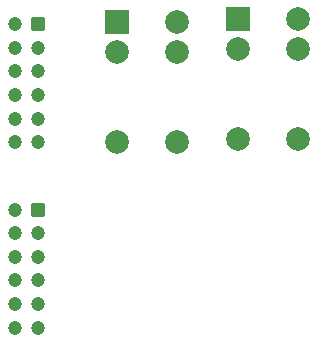
<source format=gbr>
%TF.GenerationSoftware,KiCad,Pcbnew,8.0.5*%
%TF.CreationDate,2025-02-22T06:14:54-05:00*%
%TF.ProjectId,IR Junction,4952204a-756e-4637-9469-6f6e2e6b6963,rev?*%
%TF.SameCoordinates,Original*%
%TF.FileFunction,Soldermask,Bot*%
%TF.FilePolarity,Negative*%
%FSLAX46Y46*%
G04 Gerber Fmt 4.6, Leading zero omitted, Abs format (unit mm)*
G04 Created by KiCad (PCBNEW 8.0.5) date 2025-02-22 06:14:54*
%MOMM*%
%LPD*%
G01*
G04 APERTURE LIST*
G04 Aperture macros list*
%AMRoundRect*
0 Rectangle with rounded corners*
0 $1 Rounding radius*
0 $2 $3 $4 $5 $6 $7 $8 $9 X,Y pos of 4 corners*
0 Add a 4 corners polygon primitive as box body*
4,1,4,$2,$3,$4,$5,$6,$7,$8,$9,$2,$3,0*
0 Add four circle primitives for the rounded corners*
1,1,$1+$1,$2,$3*
1,1,$1+$1,$4,$5*
1,1,$1+$1,$6,$7*
1,1,$1+$1,$8,$9*
0 Add four rect primitives between the rounded corners*
20,1,$1+$1,$2,$3,$4,$5,0*
20,1,$1+$1,$4,$5,$6,$7,0*
20,1,$1+$1,$6,$7,$8,$9,0*
20,1,$1+$1,$8,$9,$2,$3,0*%
G04 Aperture macros list end*
%ADD10R,2.000000X2.000000*%
%ADD11C,2.000000*%
%ADD12C,1.200000*%
%ADD13RoundRect,0.250000X-0.350000X0.350000X-0.350000X-0.350000X0.350000X-0.350000X0.350000X0.350000X0*%
G04 APERTURE END LIST*
D10*
%TO.C,K3*%
X152570000Y-83940000D03*
D11*
X152570000Y-86480000D03*
X152570000Y-94100000D03*
X157650000Y-94100000D03*
X157650000Y-86480000D03*
X157650000Y-83940000D03*
%TD*%
D10*
%TO.C,K1*%
X142342500Y-84142500D03*
D11*
X142342500Y-86682500D03*
X142342500Y-94302500D03*
X147422500Y-94302500D03*
X147422500Y-86682500D03*
X147422500Y-84142500D03*
%TD*%
D12*
%TO.C,J1*%
X133650000Y-94350000D03*
X135650000Y-94350000D03*
X133650000Y-92350000D03*
X135650000Y-92350000D03*
X133650000Y-90350000D03*
X135650000Y-90350000D03*
X133650000Y-88350000D03*
X135650000Y-88350000D03*
X133650000Y-86350000D03*
X135650000Y-86350000D03*
X133650000Y-84350000D03*
D13*
X135650000Y-84350000D03*
%TD*%
%TO.C,J3*%
X135650000Y-100050000D03*
D12*
X133650000Y-100050000D03*
X135650000Y-102050000D03*
X133650000Y-102050000D03*
X135650000Y-104050000D03*
X133650000Y-104050000D03*
X135650000Y-106050000D03*
X133650000Y-106050000D03*
X135650000Y-108050000D03*
X133650000Y-108050000D03*
X135650000Y-110050000D03*
X133650000Y-110050000D03*
%TD*%
M02*

</source>
